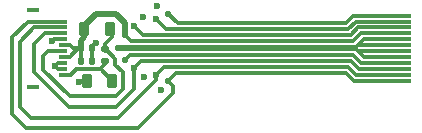
<source format=gbr>
%TF.GenerationSoftware,KiCad,Pcbnew,8.0.4*%
%TF.CreationDate,2024-07-27T12:09:47+02:00*%
%TF.ProjectId,PA3194G822_R03,50413331-3934-4473-9832-325f5230332e,3*%
%TF.SameCoordinates,Original*%
%TF.FileFunction,Copper,L1,Top*%
%TF.FilePolarity,Positive*%
%FSLAX46Y46*%
G04 Gerber Fmt 4.6, Leading zero omitted, Abs format (unit mm)*
G04 Created by KiCad (PCBNEW 8.0.4) date 2024-07-27 12:09:47*
%MOMM*%
%LPD*%
G01*
G04 APERTURE LIST*
G04 Aperture macros list*
%AMRoundRect*
0 Rectangle with rounded corners*
0 $1 Rounding radius*
0 $2 $3 $4 $5 $6 $7 $8 $9 X,Y pos of 4 corners*
0 Add a 4 corners polygon primitive as box body*
4,1,4,$2,$3,$4,$5,$6,$7,$8,$9,$2,$3,0*
0 Add four circle primitives for the rounded corners*
1,1,$1+$1,$2,$3*
1,1,$1+$1,$4,$5*
1,1,$1+$1,$6,$7*
1,1,$1+$1,$8,$9*
0 Add four rect primitives between the rounded corners*
20,1,$1+$1,$2,$3,$4,$5,0*
20,1,$1+$1,$4,$5,$6,$7,0*
20,1,$1+$1,$6,$7,$8,$9,0*
20,1,$1+$1,$8,$9,$2,$3,0*%
G04 Aperture macros list end*
%TA.AperFunction,SMDPad,CuDef*%
%ADD10RoundRect,0.140000X-0.140000X-0.170000X0.140000X-0.170000X0.140000X0.170000X-0.140000X0.170000X0*%
%TD*%
%TA.AperFunction,SMDPad,CuDef*%
%ADD11RoundRect,0.140000X0.170000X-0.140000X0.170000X0.140000X-0.170000X0.140000X-0.170000X-0.140000X0*%
%TD*%
%TA.AperFunction,SMDPad,CuDef*%
%ADD12RoundRect,0.218750X-0.218750X-0.381250X0.218750X-0.381250X0.218750X0.381250X-0.218750X0.381250X0*%
%TD*%
%TA.AperFunction,SMDPad,CuDef*%
%ADD13R,0.800000X0.300000*%
%TD*%
%TA.AperFunction,SMDPad,CuDef*%
%ADD14R,1.000000X0.400000*%
%TD*%
%TA.AperFunction,SMDPad,CuDef*%
%ADD15RoundRect,0.218750X0.218750X0.381250X-0.218750X0.381250X-0.218750X-0.381250X0.218750X-0.381250X0*%
%TD*%
%TA.AperFunction,SMDPad,CuDef*%
%ADD16R,3.000000X0.300000*%
%TD*%
%TA.AperFunction,ViaPad*%
%ADD17C,0.600000*%
%TD*%
%TA.AperFunction,ViaPad*%
%ADD18C,0.550000*%
%TD*%
%TA.AperFunction,Conductor*%
%ADD19C,0.300000*%
%TD*%
%TA.AperFunction,Conductor*%
%ADD20C,0.500000*%
%TD*%
G04 APERTURE END LIST*
D10*
%TO.P,C2,1*%
%TO.N,/VDD*%
X117785000Y-101100000D03*
%TO.P,C2,2*%
%TO.N,GND*%
X118745000Y-101100000D03*
%TD*%
D11*
%TO.P,C1,1*%
%TO.N,/VSSA*%
X119840000Y-101055000D03*
%TO.P,C1,2*%
%TO.N,/VDDA*%
X119840000Y-100095000D03*
%TD*%
D12*
%TO.P,FB1,1*%
%TO.N,/VDD*%
X118077500Y-98375000D03*
%TO.P,FB1,2*%
%TO.N,/VDDA*%
X120202500Y-98375000D03*
%TD*%
D13*
%TO.P,J1,1,Pin_1*%
%TO.N,/SPI_CLK*%
X116265000Y-97750000D03*
%TO.P,J1,2,Pin_2*%
%TO.N,/SPI_SDI*%
X116265000Y-98250000D03*
%TO.P,J1,3,Pin_3*%
%TO.N,/SPI_CS*%
X116265000Y-98750000D03*
%TO.P,J1,4,Pin_4*%
%TO.N,GND*%
X116265000Y-99250000D03*
%TO.P,J1,5,Pin_5*%
%TO.N,/VDD*%
X116265000Y-99750000D03*
%TO.P,J1,6,Pin_6*%
%TO.N,/VDDA*%
X116265000Y-100250000D03*
%TO.P,J1,7,Pin_7*%
%TO.N,/VDD*%
X116265000Y-100750000D03*
%TO.P,J1,8,Pin_8*%
%TO.N,GND*%
X116265000Y-101250000D03*
%TO.P,J1,9,Pin_9*%
X116265000Y-101750000D03*
%TO.P,J1,10,Pin_10*%
%TO.N,/VSSA*%
X116265000Y-102250000D03*
D14*
%TO.P,J1,MP*%
%TO.N,N/C*%
X113765000Y-96750000D03*
X113765000Y-103250000D03*
%TD*%
D15*
%TO.P,FB2,1*%
%TO.N,/VSSA*%
X120427500Y-102750000D03*
%TO.P,FB2,2*%
%TO.N,GND*%
X118302500Y-102750000D03*
%TD*%
D16*
%TO.P,J2,1,Pin_1*%
%TO.N,/SPI_CLK*%
X144300000Y-102750000D03*
%TO.P,J2,2,Pin_2*%
%TO.N,/SPI_SDI*%
X144300000Y-102250000D03*
%TO.P,J2,3,Pin_3*%
%TO.N,/SPI_CS*%
X144300000Y-101750000D03*
%TO.P,J2,4,Pin_4*%
%TO.N,/VDD*%
X144300000Y-101250000D03*
%TO.P,J2,5,Pin_5*%
%TO.N,GND*%
X144300000Y-100750000D03*
%TO.P,J2,6,Pin_6*%
X144300000Y-100250000D03*
%TO.P,J2,7,Pin_7*%
X144300000Y-99750000D03*
%TO.P,J2,8,Pin_8*%
X144300000Y-99250000D03*
%TO.P,J2,9,Pin_9*%
%TO.N,/VDD*%
X144300000Y-98750000D03*
%TO.P,J2,10,Pin_10*%
%TO.N,/SPI_CS*%
X144300000Y-98250000D03*
%TO.P,J2,11,Pin_11*%
%TO.N,/SPI_SDI*%
X144300000Y-97750000D03*
%TO.P,J2,12,Pin_12*%
%TO.N,/SPI_CLK*%
X144300000Y-97250000D03*
%TD*%
D10*
%TO.P,C3,1*%
%TO.N,/VDD*%
X117785000Y-100000000D03*
%TO.P,C3,2*%
%TO.N,GND*%
X118745000Y-100000000D03*
%TD*%
D17*
%TO.N,GND*%
X119015000Y-99580000D03*
X123060000Y-97340000D03*
X115290000Y-99420000D03*
D18*
X121520000Y-100000000D03*
D17*
X123080000Y-102480000D03*
X124250000Y-96440000D03*
X117580000Y-102890000D03*
D18*
X120910000Y-100000000D03*
D17*
X115560000Y-101490000D03*
X124540000Y-103570000D03*
D18*
%TO.N,/VDD*%
X121475000Y-98875000D03*
X121540000Y-100980000D03*
D17*
%TO.N,/SPI_CS*%
X122300000Y-98150000D03*
X122275000Y-101700000D03*
%TO.N,/SPI_SDI*%
X124150000Y-97575000D03*
X124175000Y-102250000D03*
D18*
%TO.N,/SPI_CLK*%
X125180000Y-97120000D03*
X125180000Y-102790000D03*
%TD*%
D19*
%TO.N,/SPI_CS*%
X122875000Y-101100000D02*
X140642894Y-101100000D01*
%TO.N,/VDDA*%
X120700000Y-101430000D02*
X120700000Y-100880000D01*
X120427500Y-99067500D02*
X120427500Y-98530000D01*
X119840000Y-100225000D02*
X119840000Y-99655000D01*
X116265000Y-100250000D02*
X115020000Y-100250000D01*
X121315000Y-103455000D02*
X121315000Y-102045000D01*
X116835000Y-104055000D02*
X120715000Y-104055000D01*
X119915000Y-100095000D02*
X119840000Y-100095000D01*
X119840000Y-99655000D02*
X120427500Y-99067500D01*
X121315000Y-102045000D02*
X120700000Y-101430000D01*
X120715000Y-104055000D02*
X121315000Y-103455000D01*
X114600000Y-101820000D02*
X116835000Y-104055000D01*
X120700000Y-100880000D02*
X119915000Y-100095000D01*
X115020000Y-100250000D02*
X114600000Y-100670000D01*
X114600000Y-100670000D02*
X114600000Y-101820000D01*
%TO.N,/VSSA*%
X119840000Y-101367500D02*
X119483750Y-101723750D01*
X119407500Y-101800000D02*
X119483750Y-101723750D01*
X116265000Y-102250000D02*
X116910000Y-102250000D01*
X117360000Y-101800000D02*
X119407500Y-101800000D01*
X116910000Y-102250000D02*
X117360000Y-101800000D01*
X119407500Y-101800000D02*
X119477500Y-101800000D01*
X119477500Y-101800000D02*
X120427500Y-102750000D01*
X119840000Y-101185000D02*
X119840000Y-101367500D01*
%TO.N,GND*%
X117595000Y-102905000D02*
X117580000Y-102890000D01*
X118745000Y-99850000D02*
X119015000Y-99580000D01*
X116265000Y-101750000D02*
X115820000Y-101750000D01*
X116265000Y-99250000D02*
X115460000Y-99250000D01*
X140975000Y-100000000D02*
X141725000Y-99250000D01*
D20*
X121520000Y-100000000D02*
X120910000Y-100000000D01*
X140975000Y-100000000D02*
X121520000Y-100000000D01*
D19*
X141725000Y-100750000D02*
X141075000Y-100100000D01*
X116265000Y-101250000D02*
X115800000Y-101250000D01*
X118745000Y-99960000D02*
X118745000Y-100180000D01*
X144300000Y-100750000D02*
X141725000Y-100750000D01*
X118077500Y-103067500D02*
X118077500Y-102905000D01*
X118745000Y-99960000D02*
X118745000Y-99850000D01*
X115800000Y-101250000D02*
X115560000Y-101490000D01*
X115820000Y-101750000D02*
X115560000Y-101490000D01*
X117690000Y-102905000D02*
X117595000Y-102905000D01*
X144300000Y-100250000D02*
X141225000Y-100250000D01*
X144300000Y-99750000D02*
X141225000Y-99750000D01*
X141225000Y-100250000D02*
X140975000Y-100000000D01*
X118302500Y-102750000D02*
X117720000Y-102750000D01*
X117690000Y-102905000D02*
X118077500Y-102905000D01*
X141725000Y-99250000D02*
X144300000Y-99250000D01*
X117720000Y-102750000D02*
X117580000Y-102890000D01*
X141225000Y-100250000D02*
X141075000Y-100100000D01*
X141225000Y-99750000D02*
X140975000Y-100000000D01*
X141075000Y-100100000D02*
X140975000Y-100000000D01*
X118745000Y-100000000D02*
X118745000Y-101100000D01*
X115460000Y-99250000D02*
X115290000Y-99420000D01*
%TO.N,/VDD*%
X116820000Y-100750000D02*
X117570000Y-100000000D01*
X144300000Y-98750000D02*
X141500000Y-98750000D01*
X141500000Y-101250000D02*
X140850000Y-100600000D01*
X121975000Y-100600000D02*
X121920000Y-100600000D01*
D20*
X117785000Y-100000000D02*
X117785000Y-99355000D01*
X119090000Y-97130000D02*
X118077500Y-98142500D01*
D19*
X140850000Y-100600000D02*
X121975000Y-100600000D01*
X121920000Y-100600000D02*
X121540000Y-100980000D01*
D20*
X120760000Y-97130000D02*
X119090000Y-97130000D01*
D19*
X144300000Y-101250000D02*
X141500000Y-101250000D01*
D20*
X120760000Y-97130000D02*
X121475000Y-97845000D01*
D19*
X141500000Y-98750000D02*
X140850000Y-99400000D01*
X116265000Y-100750000D02*
X116820000Y-100750000D01*
D20*
X118077500Y-99062500D02*
X118077500Y-98375000D01*
X121475000Y-97845000D02*
X121475000Y-98875000D01*
D19*
X140850000Y-99400000D02*
X122000000Y-99400000D01*
X116265000Y-99750000D02*
X116820000Y-99750000D01*
D20*
X117785000Y-99355000D02*
X118077500Y-99062500D01*
D19*
X117570000Y-100000000D02*
X117785000Y-100000000D01*
X116820000Y-99750000D02*
X117070000Y-100000000D01*
X122000000Y-99400000D02*
X121475000Y-98875000D01*
X117785000Y-101280000D02*
X117785000Y-100180000D01*
X117070000Y-100000000D02*
X117570000Y-100000000D01*
D20*
X118077500Y-98142500D02*
X118077500Y-98375000D01*
D19*
%TO.N,/SPI_CS*%
X141292894Y-101750000D02*
X140642894Y-101100000D01*
X144300000Y-98250000D02*
X141275000Y-98250000D01*
X123050000Y-98900000D02*
X122300000Y-98150000D01*
X122875000Y-101100000D02*
X122275000Y-101700000D01*
X114740000Y-98750000D02*
X113820000Y-99670000D01*
X122275000Y-103460000D02*
X122275000Y-101700000D01*
X140625000Y-98900000D02*
X123050000Y-98900000D01*
X113820000Y-102010000D02*
X116775000Y-104965000D01*
X113820000Y-99670000D02*
X113820000Y-102010000D01*
X120770000Y-104965000D02*
X122275000Y-103460000D01*
X141275000Y-98250000D02*
X140625000Y-98900000D01*
X116775000Y-104965000D02*
X120770000Y-104965000D01*
X116265000Y-98750000D02*
X114740000Y-98750000D01*
X144300000Y-101750000D02*
X141292894Y-101750000D01*
%TO.N,/SPI_SDI*%
X140400000Y-98400000D02*
X141050000Y-97750000D01*
X124825000Y-101600000D02*
X124175000Y-102250000D01*
X113840000Y-98250000D02*
X116265000Y-98250000D01*
X112650000Y-105025000D02*
X112650000Y-99440000D01*
X112650000Y-99440000D02*
X113840000Y-98250000D01*
X113515000Y-105890000D02*
X112650000Y-105025000D01*
X124175000Y-102675000D02*
X120960000Y-105890000D01*
X124975000Y-98400000D02*
X140400000Y-98400000D01*
X140425000Y-101600000D02*
X124825000Y-101600000D01*
X124175000Y-102250000D02*
X124175000Y-102675000D01*
X141075000Y-102250000D02*
X140425000Y-101600000D01*
X141050000Y-97750000D02*
X144300000Y-97750000D01*
X144300000Y-102250000D02*
X141075000Y-102250000D01*
X124150000Y-97575000D02*
X124975000Y-98400000D01*
X120960000Y-105890000D02*
X113515000Y-105890000D01*
%TO.N,/SPI_CLK*%
X113090000Y-106765000D02*
X122615000Y-106765000D01*
X126600000Y-102100000D02*
X140217894Y-102100000D01*
X125590000Y-103200000D02*
X125180000Y-102790000D01*
X126600000Y-102100000D02*
X125870000Y-102100000D01*
X125870000Y-102100000D02*
X125180000Y-102790000D01*
X140842894Y-97250000D02*
X140192894Y-97900000D01*
X140217894Y-102100000D02*
X140867894Y-102750000D01*
X116265000Y-97750000D02*
X113260000Y-97750000D01*
X140867894Y-102750000D02*
X144300000Y-102750000D01*
X140192894Y-97900000D02*
X125960000Y-97900000D01*
X144300000Y-97250000D02*
X140842894Y-97250000D01*
X125960000Y-97900000D02*
X125180000Y-97120000D01*
X125590000Y-103790000D02*
X125590000Y-103200000D01*
X113260000Y-97750000D02*
X111930000Y-99080000D01*
X122615000Y-106765000D02*
X125590000Y-103790000D01*
X111930000Y-99080000D02*
X111930000Y-105605000D01*
X111930000Y-105605000D02*
X113090000Y-106765000D01*
%TD*%
M02*

</source>
